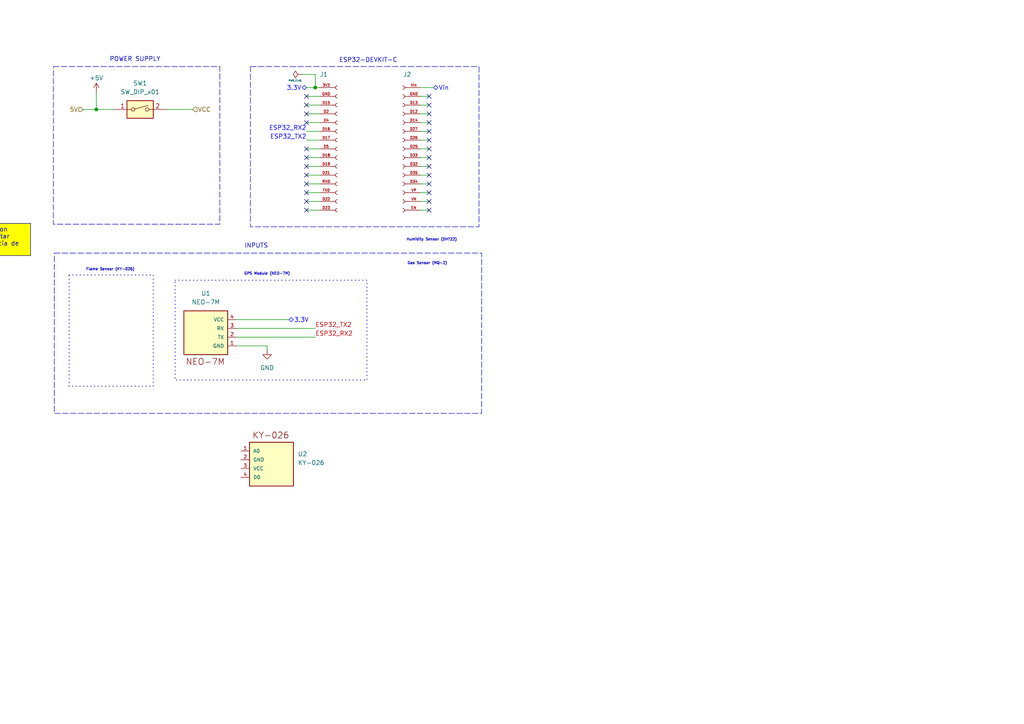
<source format=kicad_sch>
(kicad_sch (version 20231120) (generator "eeschema") (generator_version "8.0")
  (paper "A4")
  (lib_symbols
    (symbol "Conn_01x19_Female_1" (pin_names (offset 1.016) hide)
      (property "Reference" "J2" (at -1.27 26.67 0))
      (symbol "Conn_01x19_Female_1_1_1"
        (arc (start 0 -12.192) (mid -0.5058 -12.7) (end 0 -13.208) (stroke (width 0.1524)))
        (arc (start 0 -9.652) (mid -0.5058 -10.16) (end 0 -10.668) (stroke (width 0.1524)))
        (arc (start 0 -7.112) (mid -0.5058 -7.62) (end 0 -8.128) (stroke (width 0.1524)))
        (arc (start 0 -4.572) (mid -0.5058 -5.08) (end 0 -5.588) (stroke (width 0.1524)))
        (arc (start 0 -2.032) (mid -0.5058 -2.54) (end 0 -3.048) (stroke (width 0.1524)))
        (polyline (pts (xy -1.27 -12.7) (xy -0.508 -12.7)) (stroke (width 0.1524)))
        (polyline (pts (xy -1.27 -10.16) (xy -0.508 -10.16)) (stroke (width 0.1524)))
        (polyline (pts (xy -1.27 -7.62) (xy -0.508 -7.62)) (stroke (width 0.1524)))
        (polyline (pts (xy -1.27 -5.08) (xy -0.508 -5.08)) (stroke (width 0.1524)))
        (polyline (pts (xy -1.27 -2.54) (xy -0.508 -2.54)) (stroke (width 0.1524)))
        (polyline (pts (xy -1.27 0) (xy -0.508 0)) (stroke (width 0.1524)))
        (polyline (pts (xy -1.27 2.54) (xy -0.508 2.54)) (stroke (width 0.1524)))
        (polyline (pts (xy -1.27 5.08) (xy -0.508 5.08)) (stroke (width 0.1524)))
        (polyline (pts (xy -1.27 7.62) (xy -0.508 7.62)) (stroke (width 0.1524)))
        (polyline (pts (xy -1.27 10.16) (xy -0.508 10.16)) (stroke (width 0.1524)))
        (polyline (pts (xy -1.27 12.7) (xy -0.508 12.7)) (stroke (width 0.1524)))
        (polyline (pts (xy -1.27 15.24) (xy -0.508 15.24)) (stroke (width 0.1524)))
        (polyline (pts (xy -1.27 17.78) (xy -0.508 17.78)) (stroke (width 0.1524)))
        (polyline (pts (xy -1.27 20.32) (xy -0.508 20.32)) (stroke (width 0.1524)))
        (polyline (pts (xy -1.27 22.86) (xy -0.508 22.86)) (stroke (width 0.1524)))
        (arc (start 0 0.508) (mid -0.5058 0) (end 0 -0.508) (stroke (width 0.1524)))
        (arc (start 0 3.048) (mid -0.5058 2.54) (end 0 2.032) (stroke (width 0.1524)))
        (arc (start 0 5.588) (mid -0.5058 5.08) (end 0 4.572) (stroke (width 0.1524)))
        (arc (start 0 8.128) (mid -0.5058 7.62) (end 0 7.112) (stroke (width 0.1524)))
        (arc (start 0 10.668) (mid -0.5058 10.16) (end 0 9.652) (stroke (width 0.1524)))
        (arc (start 0 13.208) (mid -0.5058 12.7) (end 0 12.192) (stroke (width 0.1524)))
        (arc (start 0 15.748) (mid -0.5058 15.24) (end 0 14.732) (stroke (width 0.1524)))
        (arc (start 0 18.288) (mid -0.5058 17.78) (end 0 17.272) (stroke (width 0.1524)))
        (arc (start 0 20.828) (mid -0.5058 20.32) (end 0 19.812) (stroke (width 0.1524)))
        (arc (start 0 23.368) (mid -0.5058 22.86) (end 0 22.352) (stroke (width 0.1524)))
        (pin passive line (at -5.08 15.24 0) (length 3.81) (name "Pin_4") (number "D12"))
        (pin passive line (at -5.08 17.78 0) (length 3.81) (name "Pin_3") (number "D13"))
        (pin passive line (at -5.08 12.7 0) (length 3.81) (name "Pin_5") (number "D14"))
        (pin passive line (at -5.08 5.08 0) (length 3.81) (name "Pin_8") (number "D25"))
        (pin passive line (at -5.08 7.62 0) (length 3.81) (name "Pin_7") (number "D26"))
        (pin passive line (at -5.08 10.16 0) (length 3.81) (name "Pin_6") (number "D27"))
        (pin passive line (at -5.08 0 0) (length 3.81) (name "Pin_10") (number "D32"))
        (pin passive line (at -5.08 2.54 0) (length 3.81) (name "Pin_9") (number "D33"))
        (pin passive line (at -5.08 -5.08 0) (length 3.81) (name "Pin_12") (number "D34"))
        (pin passive line (at -5.08 -2.54 0) (length 3.81) (name "Pin_11") (number "D35"))
        (pin passive line (at -5.08 -12.7 0) (length 3.81) (name "Pin_15") (number "EN"))
        (pin passive line (at -5.08 20.32 0) (length 3.81) (name "Pin_2") (number "GND"))
        (pin passive line (at -5.08 -10.16 0) (length 3.81) (name "Pin_14") (number "VN"))
        (pin passive line (at -5.08 -7.62 0) (length 3.81) (name "Pin_13") (number "VP"))
        (pin passive line (at -5.08 22.86 0) (length 3.81) (name "Pin_1") (number "Vin"))
      )
    )
    (symbol "Connector:Conn_01x19_Female" (pin_names (offset 1.016) hide)
      (property "Reference" "J1" (at -5.08 26.67 0))
      (symbol "Conn_01x19_Female_1_1"
        (arc (start 0 -12.192) (mid -0.5058 -12.7) (end 0 -13.208) (stroke (width 0.1524)))
        (arc (start 0 -9.652) (mid -0.5058 -10.16) (end 0 -10.668) (stroke (width 0.1524)))
        (arc (start 0 -7.112) (mid -0.5058 -7.62) (end 0 -8.128) (stroke (width 0.1524)))
        (arc (start 0 -4.572) (mid -0.5058 -5.08) (end 0 -5.588) (stroke (width 0.1524)))
        (arc (start 0 -2.032) (mid -0.5058 -2.54) (end 0 -3.048) (stroke (width 0.1524)))
        (polyline (pts (xy -1.27 -12.7) (xy -0.508 -12.7)) (stroke (width 0.1524)))
        (polyline (pts (xy -1.27 -10.16) (xy -0.508 -10.16)) (stroke (width 0.1524)))
        (polyline (pts (xy -1.27 -7.62) (xy -0.508 -7.62)) (stroke (width 0.1524)))
        (polyline (pts (xy -1.27 -5.08) (xy -0.508 -5.08)) (stroke (width 0.1524)))
        (polyline (pts (xy -1.27 -2.54) (xy -0.508 -2.54)) (stroke (width 0.1524)))
        (polyline (pts (xy -1.27 0) (xy -0.508 0)) (stroke (width 0.1524)))
        (polyline (pts (xy -1.27 2.54) (xy -0.508 2.54)) (stroke (width 0.1524)))
        (polyline (pts (xy -1.27 5.08) (xy -0.508 5.08)) (stroke (width 0.1524)))
        (polyline (pts (xy -1.27 7.62) (xy -0.508 7.62)) (stroke (width 0.1524)))
        (polyline (pts (xy -1.27 10.16) (xy -0.508 10.16)) (stroke (width 0.1524)))
        (polyline (pts (xy -1.27 12.7) (xy -0.508 12.7)) (stroke (width 0.1524)))
        (polyline (pts (xy -1.27 15.24) (xy -0.508 15.24)) (stroke (width 0.1524)))
        (polyline (pts (xy -1.27 17.78) (xy -0.508 17.78)) (stroke (width 0.1524)))
        (polyline (pts (xy -1.27 20.32) (xy -0.508 20.32)) (stroke (width 0.1524)))
        (polyline (pts (xy -1.27 22.86) (xy -0.508 22.86)) (stroke (width 0.1524)))
        (arc (start 0 0.508) (mid -0.5058 0) (end 0 -0.508) (stroke (width 0.1524)))
        (arc (start 0 3.048) (mid -0.5058 2.54) (end 0 2.032) (stroke (width 0.1524)))
        (arc (start 0 5.588) (mid -0.5058 5.08) (end 0 4.572) (stroke (width 0.1524)))
        (arc (start 0 8.128) (mid -0.5058 7.62) (end 0 7.112) (stroke (width 0.1524)))
        (arc (start 0 10.668) (mid -0.5058 10.16) (end 0 9.652) (stroke (width 0.1524)))
        (arc (start 0 13.208) (mid -0.5058 12.7) (end 0 12.192) (stroke (width 0.1524)))
        (arc (start 0 15.748) (mid -0.5058 15.24) (end 0 14.732) (stroke (width 0.1524)))
        (arc (start 0 18.288) (mid -0.5058 17.78) (end 0 17.272) (stroke (width 0.1524)))
        (arc (start 0 20.828) (mid -0.5058 20.32) (end 0 19.812) (stroke (width 0.1524)))
        (arc (start 0 23.368) (mid -0.5058 22.86) (end 0 22.352) (stroke (width 0.1524)))
        (pin passive line (at -5.08 22.86 0) (length 3.81) (name "Pin_1") (number "3V3"))
        (pin passive line (at -5.08 17.78 0) (length 3.81) (name "Pin_3") (number "D15"))
        (pin passive line (at -5.08 10.16 0) (length 3.81) (name "Pin_6") (number "D16"))
        (pin passive line (at -5.08 7.62 0) (length 3.81) (name "Pin_7") (number "D17"))
        (pin passive line (at -5.08 2.54 0) (length 3.81) (name "Pin_9") (number "D18"))
        (pin passive line (at -5.08 0 0) (length 3.81) (name "Pin_10") (number "D19"))
        (pin passive line (at -5.08 15.24 0) (length 3.81) (name "Pin_4") (number "D2"))
        (pin passive line (at -5.08 -2.54 0) (length 3.81) (name "Pin_11") (number "D21"))
        (pin passive line (at -5.08 -10.16 0) (length 3.81) (name "Pin_14") (number "D22"))
        (pin passive line (at -5.08 -12.7 0) (length 3.81) (name "Pin_15") (number "D23"))
        (pin passive line (at -5.08 12.7 0) (length 3.81) (name "Pin_5") (number "D4"))
        (pin passive line (at -5.08 5.08 0) (length 3.81) (name "Pin_8") (number "D5"))
        (pin passive line (at -5.08 20.32 0) (length 3.81) (name "Pin_2") (number "GND"))
        (pin passive line (at -5.08 -5.08 0) (length 3.81) (name "Pin_12") (number "RX0"))
        (pin passive line (at -5.08 -7.62 0) (length 3.81) (name "Pin_13") (number "TX0"))
      )
    )
    (symbol "KY-026:NEO-6M" (pin_names (offset 1.016))
      (property "Reference" "U1" (at 8.89 -5.08 0))
      (property "Value" "KY-026" (at 8.89 -2.54 0))
      (symbol "NEO-6M_0_0"
        (rectangle (start 2.54 12.7) (end 15.24 0) (stroke (width 0.254)) (fill (type background)))
      )
      (symbol "NEO-6M_1_0"
        (text "KY-026\n" (at 3.302 14.732 0) (effects (font (size 1.778 1.778)) (justify left)))
        (pin bidirectional line (at 0 10.16 0) (length 2.54) (name "A0") (number "1"))
        (pin power_in line (at 0 7.62 0) (length 2.54) (name "GND") (number "2"))
        (pin power_in line (at 0 5.08 0) (length 2.54) (name "VCC") (number "3"))
        (pin bidirectional line (at 0 2.54 0) (length 2.54) (name "D0") (number "4"))
      )
    )
    (symbol "NEO-6M:NEO-6M" (pin_names (offset 1.016))
      (property "Reference" "U2" (at 8.89 -5.08 0))
      (property "Value" "NEO-7M" (at 8.89 -2.54 0))
      (symbol "NEO-6M_0_0"
        (rectangle (start 2.54 0) (end 15.24 12.7) (stroke (width 0.254)) (fill (type background)))
      )
      (symbol "NEO-6M_1_0"
        (text "NEO-7M" (at 3.302 14.732 0) (effects (font (size 1.778 1.778)) (justify left)))
        (pin bidirectional line (at 0 10.16 0) (length 2.54) (name "GND") (number "1"))
        (pin bidirectional line (at 0 7.62 0) (length 2.54) (name "TX") (number "2"))
        (pin bidirectional line (at 0 5.08 0) (length 2.54) (name "RX") (number "3"))
        (pin bidirectional line (at 0 2.54 0) (length 2.54) (name "VCC") (number "4"))
      )
    )
    (symbol "Switch:SW_DIP_x01" (pin_names (offset 0) hide)
      (property "Reference" "SW" (at 0 3.81 0))
      (property "Value" "SW_DIP_x01" (at 0 -3.81 0))
      (symbol "SW_DIP_x01_0_0"
        (circle (center -2.032 0) (radius 0.508))
        (polyline (pts (xy -1.524 0.127) (xy 2.3622 1.1684)))
        (circle (center 2.032 0) (radius 0.508))
      )
      (symbol "SW_DIP_x01_0_1"
        (rectangle (start -3.81 2.54) (end 3.81 -2.54) (stroke (width 0.254)) (fill (type background)))
      )
      (symbol "SW_DIP_x01_1_1"
        (pin passive line (at -7.62 0 0) (length 5.08) (name "~") (number "1"))
        (pin passive line (at 7.62 0 180) (length 5.08) (name "~") (number "2"))
      )
    )
    (symbol "power:+3.3V" (power) (pin_numbers hide) (pin_names (offset 0) hide)
      (property "Value" "+3.3V" (at 0 3.556 0))
      (symbol "+3.3V_0_1"
        (polyline (pts (xy -0.762 1.27) (xy 0 2.54)))
        (polyline (pts (xy 0 0) (xy 0 2.54)))
        (polyline (pts (xy 0 2.54) (xy 0.762 1.27)))
      )
      (symbol "+3.3V_1_1"
        (pin power_in line (at 0 0 90) (length 0) (name "~") (number "1"))
      )
    )
    (symbol "power:GND" (power) (pin_numbers hide) (pin_names (offset 0) hide)
      (property "Value" "GND" (at 0 -3.81 0))
      (symbol "GND_0_1"
        (polyline (pts (xy 0 0) (xy 0 -1.27) (xy 1.27 -1.27) (xy 0 -2.54) (xy -1.27 -1.27) (xy 0 -1.27)))
      )
      (symbol "GND_1_1"
        (pin power_in line (at 0 0 270) (length 0) (name "~") (number "1"))
      )
    )
    (symbol "power:PWR_FLAG" (power) (pin_numbers hide) (pin_names (offset 0) hide)
      (property "Value" "PWR_FLAG" (at 0 4.826 90))
      (symbol "PWR_FLAG_0_0"
        (pin power_out line (at 0 0 90) (length 0) (name "~") (number "1"))
      )
      (symbol "PWR_FLAG_0_1"
        (polyline (pts (xy 0 0) (xy 0 1.27) (xy -1.016 1.905) (xy 0 2.54) (xy 1.016 1.905) (xy 0 1.27)))
      )
    )
  )
  (junction (at 91.44 25.4))
  (junction (at 27.94 31.75))
  (no_connect (at 124.46 38.1))
  (no_connect (at 88.9 33.02))
  (no_connect (at 88.9 58.42))
  (no_connect (at 88.9 35.56))
  (no_connect (at 124.46 45.72))
  (no_connect (at 124.46 30.48))
  (no_connect (at 124.46 48.26))
  (no_connect (at 124.46 27.94))
  (no_connect (at 88.9 55.88))
  (no_connect (at 88.9 48.26))
  (no_connect (at 88.9 50.8))
  (no_connect (at 88.9 43.18))
  (no_connect (at 88.9 53.34))
  (no_connect (at 88.9 30.48))
  (no_connect (at 124.46 53.34))
  (no_connect (at 124.46 35.56))
  (no_connect (at 124.46 58.42))
  (no_connect (at 124.46 40.64))
  (no_connect (at 88.9 27.94))
  (no_connect (at 124.46 33.02))
  (no_connect (at 124.46 60.96))
  (no_connect (at 124.46 50.8))
  (no_connect (at 124.46 55.88))
  (no_connect (at 88.9 60.96))
  (no_connect (at 88.9 45.72))
  (no_connect (at 124.46 43.18))
  (wire (pts (xy 121.92 55.88) (xy 124.46 55.88)))
  (wire (pts (xy 121.92 30.48) (xy 124.46 30.48)))
  (wire (pts (xy 88.9 27.94) (xy 92.71 27.94)))
  (wire (pts (xy 121.92 53.34) (xy 124.46 53.34)))
  (wire (pts (xy 77.47 100.33) (xy 77.47 101.6)))
  (wire (pts (xy 92.71 58.42) (xy 88.9 58.42)))
  (wire (pts (xy 121.92 27.94) (xy 124.46 27.94)))
  (wire (pts (xy 92.71 38.1) (xy 88.9 38.1)))
  (wire (pts (xy 121.92 40.64) (xy 124.46 40.64)))
  (wire (pts (xy 48.26 31.75) (xy 55.88 31.75)))
  (wire (pts (xy 68.58 92.71) (xy 83.82 92.71)))
  (wire (pts (xy 92.71 48.26) (xy 88.9 48.26)))
  (wire (pts (xy 121.92 60.96) (xy 124.46 60.96)))
  (wire (pts (xy 88.9 30.48) (xy 92.71 30.48)))
  (wire (pts (xy 24.13 31.75) (xy 27.94 31.75)))
  (wire (pts (xy 87.63 21.59) (xy 91.44 21.59)))
  (wire (pts (xy 27.94 31.75) (xy 33.02 31.75)))
  (wire (pts (xy 121.92 45.72) (xy 124.46 45.72)))
  (wire (pts (xy 88.9 25.4) (xy 91.44 25.4)))
  (wire (pts (xy 121.92 48.26) (xy 124.46 48.26)))
  (wire (pts (xy 88.9 45.72) (xy 92.71 45.72)))
  (wire (pts (xy 92.71 35.56) (xy 88.9 35.56)))
  (wire (pts (xy 92.71 50.8) (xy 88.9 50.8)))
  (wire (pts (xy 68.58 100.33) (xy 77.47 100.33)))
  (wire (pts (xy 91.44 25.4) (xy 92.71 25.4)))
  (wire (pts (xy 121.92 35.56) (xy 124.46 35.56)))
  (wire (pts (xy 121.92 58.42) (xy 124.46 58.42)))
  (wire (pts (xy 121.92 43.18) (xy 124.46 43.18)))
  (wire (pts (xy 92.71 43.18) (xy 88.9 43.18)))
  (wire (pts (xy 88.9 55.88) (xy 92.71 55.88)))
  (wire (pts (xy 125.73 25.4) (xy 121.92 25.4)))
  (wire (pts (xy 92.71 40.64) (xy 88.9 40.64)))
  (wire (pts (xy 92.71 60.96) (xy 88.9 60.96)))
  (wire (pts (xy 68.58 95.25) (xy 91.44 95.25)))
  (wire (pts (xy 27.94 26.67) (xy 27.94 31.75)))
  (wire (pts (xy 121.92 50.8) (xy 124.46 50.8)))
  (wire (pts (xy 92.71 33.02) (xy 88.9 33.02)))
  (wire (pts (xy 91.44 21.59) (xy 91.44 25.4)))
  (wire (pts (xy 121.92 38.1) (xy 124.46 38.1)))
  (wire (pts (xy 121.92 33.02) (xy 124.46 33.02)))
  (wire (pts (xy 68.58 97.79) (xy 91.44 97.79)))
  (wire (pts (xy 88.9 53.34) (xy 92.71 53.34)))
  (rectangle (start 15.494 19.304) (end 63.754 65.024) (stroke (width 0) (type dash)))
  (rectangle (start 15.748 73.406) (end 139.7 119.888) (stroke (width 0) (type dash)))
  (rectangle (start 50.8 81.28) (end 106.426 110.236) (stroke (width 0.254) (type dot)))
  (rectangle (start 72.644 19.304) (end 138.938 65.786) (stroke (width 0) (type dash)))
  (rectangle (start 20.066 79.756) (end 44.45 112.014) (stroke (width 0.254) (type dot)))
  (text_box "Sensores flama son capaces de detectar hasta una distancia de 0.8 m" (at -18.034 64.77 0) (size 26.924 9.398) (fill (type color) (color 255 255 0 1)) (effects (font (size 1.27 1.27)) (justify left top)))
  (text "Flame Sensor (KY-026)" (at 32.004 78.232 0) (effects (font (size 0.762 0.762))))
  (text "Humidity Sensor (DHT22)" (at 125.222 69.596 0) (effects (font (size 0.762 0.762))))
  (text "GPS Module (NEO-7M)" (at 77.47 79.502 0) (effects (font (size 0.762 0.762))))
  (text "INPUTS" (at 70.866 72.136 0) (effects (font (size 1.27 1.27)) (justify left bottom)))
  (text "ESP32-DEVKIT-C" (at 98.298 18.288 0) (effects (font (size 1.27 1.27)) (justify left bottom)))
  (text "POWER SUPPLY" (at 31.75 18.034 0) (effects (font (size 1.27 1.27)) (justify left bottom)))
  (text "Gas Sensor (MQ-2)\n" (at 123.952 76.454 0) (effects (font (size 0.762 0.762))))
  (label "ESP32_RX2" (at 91.44 97.79 0))
  (label "ESP32_TX2" (at 91.44 95.25 0))
  (label "ESP32_TX2" (at 88.9 40.64 180))
  (label "ESP32_RX2" (at 88.9 38.1 180))
  (hierarchical_label "3.3V" (shape bidirectional) (at 83.82 92.71 0))
  (hierarchical_label "Vin" (shape bidirectional) (at 125.73 25.4 0))
  (hierarchical_label "VCC" (shape input) (at 55.88 31.75 0))
  (hierarchical_label "3.3V" (shape bidirectional) (at 88.9 25.4 180))
  (hierarchical_label "5V" (shape input) (at 24.13 31.75 180))
  (symbol (lib_id "power:PWR_FLAG") (at 87.63 21.59 90) (unit 1)
    (property "Reference" "#FLG01" (effects (hide yes)))
    (property "Value" "PWR_FLAG" (at 85.598 23.368 90) (effects (font (size 0.508 0.508))))
    (property "Description" "Special symbol for telling ERC where power comes from" (effects (hide yes)))
  )
  (symbol (lib_id "Connector:Conn_01x19_Female") (at 97.79 48.26 0) (unit 1)
    (property "Reference" "J1" (at 92.71 21.59 0) (effects (justify left)))
    (property "Value" "Conn_01x19_Female" (effects (hide yes)))
    (property "Footprint" "Connector_PinSocket_2.54mm:PinSocket_1x19_P2.54mm_Vertical" (effects (hide yes)))
  )
  (symbol (lib_id "Switch:SW_DIP_x01") (at 40.64 31.75 0) (unit 1)
    (property "Reference" "SW1" (at 40.64 24.13 0))
    (property "Value" "SW_DIP_x01" (at 40.64 26.67 0))
    (property "Footprint" "Resistor_THT:LDR" (effects (hide yes)))
    (property "Description" "1x DIP Switch, Single Pole Single Throw (SPST) switch, small symbol" (effects (hide yes)))
  )
  (symbol (lib_name "Conn_01x19_Female_1") (lib_id "Connector:Conn_01x19_Female") (at 116.84 48.26 0) (mirror y) (unit 1)
    (property "Reference" "J2" (at 118.11 21.59 0))
    (property "Value" "Conn_01x19_Female" (effects (hide yes)))
    (property "Footprint" "Connector_PinSocket_2.54mm:PinSocket_1x19_P2.54mm_Vertical" (effects (hide yes)))
  )
  (symbol (lib_id "power:+3.3V") (at 27.94 26.67 0) (unit 1)
    (property "Reference" "#PWR02" (effects (hide yes)))
    (property "Value" "+5V" (at 27.94 22.606 0))
    (property "Description" "Power symbol creates a global label with name \"+3.3V\"" (effects (hide yes)))
  )
  (symbol (lib_id "power:GND") (at 77.47 101.6 0) (unit 1)
    (property "Reference" "#PWR01" (effects (hide yes)))
    (property "Value" "GND" (at 77.47 106.68 0))
    (property "Description" "Power symbol creates a global label with name \"GND\" , ground" (effects (hide yes)))
  )
  (symbol (lib_id "NEO-6M:NEO-6M") (at 68.58 90.17 180) (unit 1)
    (property "Reference" "U1" (at 59.69 85.09 0))
    (property "Value" "NEO-7M" (at 59.69 87.63 0))
    (property "Footprint" "NEO-6M:NEO-6M" (effects (hide yes)))
    (property "MF" "U-blox" (effects (hide yes)))
    (property "Description_1" "\n                        \n                            \n                        \n" (effects (hide yes)))
    (property "Package" "None" (effects (hide yes)))
    (property "Price" "None" (effects (hide yes)))
    (property "SnapEDA_Link" "https://www.snapeda.com/parts/NEO-6M/u-blox/view-part/?ref=snap" (effects (hide yes)))
    (property "MP" "NEO-7M" (effects (hide yes)))
    (property "Availability" "In Stock" (effects (hide yes)))
    (property "Check_prices" "https://www.snapeda.com/parts/NEO-6M/u-blox/view-part/?ref=eda" (effects (hide yes)))
  )
  (symbol (lib_id "KY-026:NEO-6M") (at 69.85 140.97 0) (unit 1)
    (property "Reference" "U2" (at 86.36 131.6822 0) (effects (justify left)))
    (property "Value" "KY-026" (at 86.36 134.2222 0) (effects (justify left)))
    (property "Footprint" "NEO-6M:NEO-6M" (effects (hide yes)))
    (property "MF" "U-blox" (effects (hide yes)))
    (property "Description_1" "\n                        \n                            \n                        \n" (effects (hide yes)))
    (property "Package" "None" (effects (hide yes)))
    (property "Price" "None" (effects (hide yes)))
    (property "SnapEDA_Link" "https://www.snapeda.com/parts/NEO-6M/u-blox/view-part/?ref=snap" (effects (hide yes)))
    (property "MP" "NEO-7M" (effects (hide yes)))
    (property "Availability" "In Stock" (effects (hide yes)))
    (property "Check_prices" "https://www.snapeda.com/parts/NEO-6M/u-blox/view-part/?ref=eda" (effects (hide yes)))
  )
)
</source>
